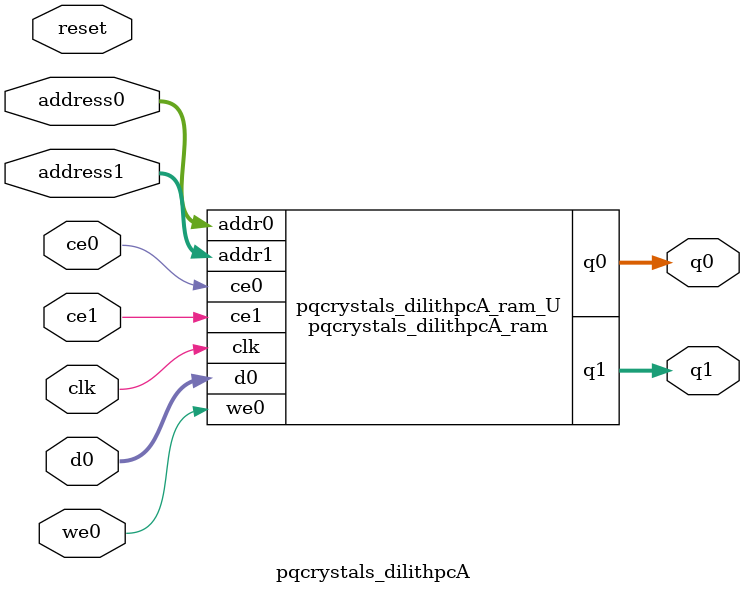
<source format=v>
`timescale 1 ns / 1 ps
module pqcrystals_dilithpcA_ram (addr0, ce0, d0, we0, q0, addr1, ce1, q1,  clk);

parameter DWIDTH = 23;
parameter AWIDTH = 12;
parameter MEM_SIZE = 4096;

input[AWIDTH-1:0] addr0;
input ce0;
input[DWIDTH-1:0] d0;
input we0;
output reg[DWIDTH-1:0] q0;
input[AWIDTH-1:0] addr1;
input ce1;
output reg[DWIDTH-1:0] q1;
input clk;

(* ram_style = "block" *)reg [DWIDTH-1:0] ram[0:MEM_SIZE-1];




always @(posedge clk)  
begin 
    if (ce0) begin
        if (we0) 
            ram[addr0] <= d0; 
        q0 <= ram[addr0];
    end
end


always @(posedge clk)  
begin 
    if (ce1) begin
        q1 <= ram[addr1];
    end
end


endmodule

`timescale 1 ns / 1 ps
module pqcrystals_dilithpcA(
    reset,
    clk,
    address0,
    ce0,
    we0,
    d0,
    q0,
    address1,
    ce1,
    q1);

parameter DataWidth = 32'd23;
parameter AddressRange = 32'd4096;
parameter AddressWidth = 32'd12;
input reset;
input clk;
input[AddressWidth - 1:0] address0;
input ce0;
input we0;
input[DataWidth - 1:0] d0;
output[DataWidth - 1:0] q0;
input[AddressWidth - 1:0] address1;
input ce1;
output[DataWidth - 1:0] q1;



pqcrystals_dilithpcA_ram pqcrystals_dilithpcA_ram_U(
    .clk( clk ),
    .addr0( address0 ),
    .ce0( ce0 ),
    .we0( we0 ),
    .d0( d0 ),
    .q0( q0 ),
    .addr1( address1 ),
    .ce1( ce1 ),
    .q1( q1 ));

endmodule


</source>
